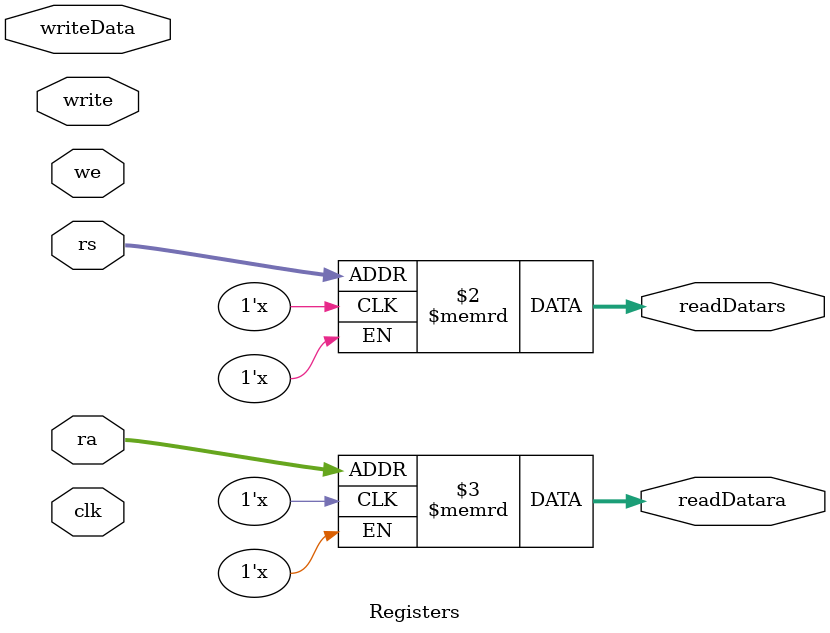
<source format=v>
module Registers(input clk,
input [4:0] rs,
input [4:0] ra,
input [4:0] we,
input [31:0] writeData,
input write,
output wire [31:0]readDatars,
output wire [31:0]readDatara);


reg [31:0] registers[0:31];





always @(posedge clk) begin




end


assign readDatars=registers[rs];
assign readDatara=registers[ra];













endmodule

</source>
